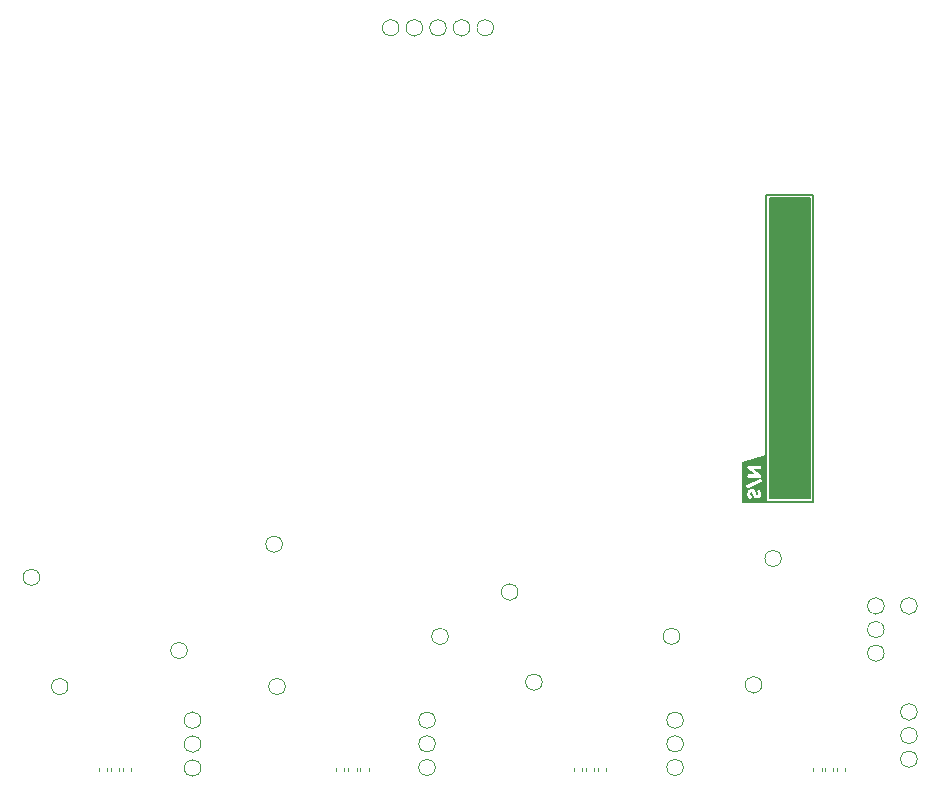
<source format=gbr>
G04 #@! TF.GenerationSoftware,KiCad,Pcbnew,(6.0.10-0)*
G04 #@! TF.CreationDate,2023-01-04T10:37:38-05:00*
G04 #@! TF.ProjectId,ReLoki_ECAD,52654c6f-6b69-45f4-9543-41442e6b6963,0.2.1*
G04 #@! TF.SameCoordinates,Original*
G04 #@! TF.FileFunction,Legend,Bot*
G04 #@! TF.FilePolarity,Positive*
%FSLAX46Y46*%
G04 Gerber Fmt 4.6, Leading zero omitted, Abs format (unit mm)*
G04 Created by KiCad (PCBNEW (6.0.10-0)) date 2023-01-04 10:37:38*
%MOMM*%
%LPD*%
G01*
G04 APERTURE LIST*
%ADD10C,0.150000*%
%ADD11C,0.120000*%
G04 APERTURE END LIST*
D10*
X134500000Y-95200000D02*
X130500000Y-95200000D01*
X130500000Y-95200000D02*
X130500000Y-69200000D01*
X130500000Y-69200000D02*
X134500000Y-69200000D01*
X134500000Y-69200000D02*
X134500000Y-95200000D01*
X134200000Y-94900000D02*
X130800000Y-94900000D01*
X130800000Y-94900000D02*
X130800000Y-69500000D01*
X130800000Y-69500000D02*
X134200000Y-69500000D01*
X134200000Y-69500000D02*
X134200000Y-94900000D01*
G36*
X134200000Y-94900000D02*
G01*
X130800000Y-94900000D01*
X130800000Y-69500000D01*
X134200000Y-69500000D01*
X134200000Y-94900000D01*
G37*
D11*
G04 #@! TO.C,TP18*
X140500000Y-106025000D02*
G75*
G03*
X140500000Y-106025000I-700000J0D01*
G01*
G04 #@! TO.C,C108*
X95114999Y-117772163D02*
X95114999Y-117987835D01*
X95834999Y-117772163D02*
X95834999Y-117987835D01*
G04 #@! TO.C,TP1*
X143300000Y-115000000D02*
G75*
G03*
X143300000Y-115000000I-700000J0D01*
G01*
G04 #@! TO.C,TP31*
X89800000Y-110850000D02*
G75*
G03*
X89800000Y-110850000I-700000J0D01*
G01*
G04 #@! TO.C,TP20*
X107425000Y-55075000D02*
G75*
G03*
X107425000Y-55075000I-700000J0D01*
G01*
G04 #@! TO.C,C103*
X96859999Y-117772163D02*
X96859999Y-117987835D01*
X96139999Y-117772163D02*
X96139999Y-117987835D01*
G04 #@! TO.C,C83*
X114229999Y-117772163D02*
X114229999Y-117987835D01*
X114949999Y-117772163D02*
X114949999Y-117987835D01*
G04 #@! TO.C,kibuzzard-63B3B5AF*
G36*
X130495892Y-91215628D02*
G01*
X130495892Y-95274972D01*
X128504108Y-95274972D01*
X128504108Y-94521967D01*
X128907863Y-94521967D01*
X128912427Y-94594596D01*
X128926119Y-94663255D01*
X128971362Y-94771205D01*
X129021369Y-94842643D01*
X129069787Y-94888680D01*
X129087250Y-94902967D01*
X129178531Y-94944242D01*
X129225561Y-94927177D01*
X129285688Y-94875980D01*
X129323788Y-94791843D01*
X129303944Y-94738661D01*
X129244412Y-94668017D01*
X129192819Y-94604517D01*
X129168213Y-94528318D01*
X129181618Y-94446297D01*
X129221835Y-94397084D01*
X129288862Y-94380680D01*
X129349981Y-94421161D01*
X129385700Y-94521967D01*
X129400186Y-94584674D01*
X129421419Y-94652143D01*
X129448208Y-94719611D01*
X129479363Y-94782317D01*
X129522423Y-94837682D01*
X129584931Y-94883124D01*
X129664505Y-94913485D01*
X129758763Y-94923605D01*
X129847927Y-94912052D01*
X129929154Y-94877391D01*
X130002444Y-94819624D01*
X130060211Y-94741924D01*
X130094872Y-94647468D01*
X130106425Y-94536255D01*
X130100273Y-94445172D01*
X130081819Y-94362424D01*
X130031812Y-94253680D01*
X130001650Y-94213992D01*
X129923863Y-94164780D01*
X129836550Y-94202880D01*
X129777019Y-94257649D01*
X129757175Y-94314005D01*
X129788925Y-94396555D01*
X129804800Y-94414811D01*
X129825438Y-94439418D01*
X129846075Y-94524349D01*
X129821469Y-94610074D01*
X129753206Y-94644205D01*
X129682563Y-94603724D01*
X129646050Y-94502917D01*
X129633945Y-94439814D01*
X129616681Y-94371155D01*
X129594655Y-94302496D01*
X129568263Y-94239392D01*
X129529170Y-94184028D01*
X129469044Y-94138586D01*
X129390264Y-94108225D01*
X129295212Y-94098105D01*
X129198177Y-94108424D01*
X129113444Y-94139380D01*
X129043792Y-94187005D01*
X128992000Y-94247330D01*
X128945257Y-94334995D01*
X128917211Y-94426541D01*
X128907863Y-94521967D01*
X128504108Y-94521967D01*
X128504108Y-93866330D01*
X128834837Y-93866330D01*
X128858650Y-93945705D01*
X128900719Y-94016349D01*
X128941200Y-94034605D01*
X129020575Y-94015555D01*
X130088963Y-93504380D01*
X130158813Y-93450405D01*
X130165163Y-93413099D01*
X130139763Y-93332930D01*
X130096503Y-93268636D01*
X130049275Y-93247205D01*
X129969900Y-93269430D01*
X128911037Y-93779017D01*
X128871350Y-93798861D01*
X128846744Y-93822674D01*
X128834837Y-93866330D01*
X128504108Y-93866330D01*
X128504108Y-92285180D01*
X128923737Y-92285180D01*
X128933262Y-92370905D01*
X128963425Y-92410593D01*
X129113003Y-92522864D01*
X129244236Y-92621554D01*
X129357125Y-92706661D01*
X129451669Y-92778187D01*
X129527869Y-92836131D01*
X129585725Y-92880492D01*
X129063438Y-92880492D01*
X129007875Y-92882874D01*
X128966600Y-92897955D01*
X128934453Y-92940024D01*
X128923737Y-93021780D01*
X128934453Y-93101155D01*
X128966600Y-93142430D01*
X129009462Y-93157511D01*
X129065025Y-93159892D01*
X129950850Y-93159892D01*
X130038956Y-93144811D01*
X130076263Y-93099567D01*
X130085788Y-93021780D01*
X130077056Y-92946374D01*
X130057213Y-92907480D01*
X130015938Y-92870967D01*
X129872666Y-92765487D01*
X129746592Y-92672354D01*
X129637716Y-92591567D01*
X129546038Y-92523129D01*
X129471557Y-92467037D01*
X129414275Y-92423292D01*
X129950850Y-92423292D01*
X130038956Y-92408211D01*
X130076263Y-92362967D01*
X130085788Y-92287561D01*
X130077850Y-92214536D01*
X130058800Y-92173261D01*
X130025463Y-92153417D01*
X129944500Y-92143892D01*
X129063438Y-92143892D01*
X129007875Y-92146274D01*
X128966600Y-92161355D01*
X128934453Y-92203424D01*
X128923737Y-92285180D01*
X128504108Y-92285180D01*
X128504108Y-91813163D01*
X130495892Y-91215628D01*
G37*
G04 #@! TO.C,TP16*
X82650000Y-117750000D02*
G75*
G03*
X82650000Y-117750000I-700000J0D01*
G01*
G04 #@! TO.C,TP8*
X123500000Y-117700000D02*
G75*
G03*
X123500000Y-117700000I-700000J0D01*
G01*
G04 #@! TO.C,C111*
X94089998Y-117772163D02*
X94089998Y-117987835D01*
X94809998Y-117772163D02*
X94809998Y-117987835D01*
G04 #@! TO.C,TP12*
X102500000Y-117700000D02*
G75*
G03*
X102500000Y-117700000I-700000J0D01*
G01*
G04 #@! TO.C,C80*
X115959999Y-117772163D02*
X115959999Y-117987835D01*
X115239999Y-117772163D02*
X115239999Y-117987835D01*
G04 #@! TO.C,TP15*
X82650000Y-113700000D02*
G75*
G03*
X82650000Y-113700000I-700000J0D01*
G01*
G04 #@! TO.C,TP9*
X102500000Y-115700000D02*
G75*
G03*
X102500000Y-115700000I-700000J0D01*
G01*
G04 #@! TO.C,TP6*
X109500000Y-102850000D02*
G75*
G03*
X109500000Y-102850000I-700000J0D01*
G01*
G04 #@! TO.C,TP25*
X81500000Y-107800000D02*
G75*
G03*
X81500000Y-107800000I-700000J0D01*
G01*
G04 #@! TO.C,C52*
X136209999Y-117762163D02*
X136209999Y-117977835D01*
X135489999Y-117762163D02*
X135489999Y-117977835D01*
G04 #@! TO.C,TP14*
X69000000Y-101600000D02*
G75*
G03*
X69000000Y-101600000I-700000J0D01*
G01*
G04 #@! TO.C,TP23*
X101425000Y-55075000D02*
G75*
G03*
X101425000Y-55075000I-700000J0D01*
G01*
G04 #@! TO.C,C136*
X75734999Y-117762163D02*
X75734999Y-117977835D01*
X75014999Y-117762163D02*
X75014999Y-117977835D01*
G04 #@! TO.C,TP4*
X143300000Y-117000000D02*
G75*
G03*
X143300000Y-117000000I-700000J0D01*
G01*
G04 #@! TO.C,C75*
X116959999Y-117777163D02*
X116959999Y-117992835D01*
X116239999Y-117777163D02*
X116239999Y-117992835D01*
G04 #@! TO.C,TP5*
X123500000Y-115700000D02*
G75*
G03*
X123500000Y-115700000I-700000J0D01*
G01*
G04 #@! TO.C,TP3*
X143300000Y-113000000D02*
G75*
G03*
X143300000Y-113000000I-700000J0D01*
G01*
G04 #@! TO.C,TP19*
X140500000Y-104025000D02*
G75*
G03*
X140500000Y-104025000I-700000J0D01*
G01*
G04 #@! TO.C,C55*
X135209999Y-117762163D02*
X135209999Y-117977835D01*
X134489999Y-117762163D02*
X134489999Y-117977835D01*
G04 #@! TO.C,TP29*
X130150000Y-110700000D02*
G75*
G03*
X130150000Y-110700000I-700000J0D01*
G01*
G04 #@! TO.C,TP13*
X82650000Y-115722014D02*
G75*
G03*
X82650000Y-115722014I-700000J0D01*
G01*
G04 #@! TO.C,TP30*
X111550000Y-110475000D02*
G75*
G03*
X111550000Y-110475000I-700000J0D01*
G01*
G04 #@! TO.C,TP7*
X123500000Y-113700000D02*
G75*
G03*
X123500000Y-113700000I-700000J0D01*
G01*
G04 #@! TO.C,TP27*
X123200000Y-106600000D02*
G75*
G03*
X123200000Y-106600000I-700000J0D01*
G01*
G04 #@! TO.C,TP22*
X103425000Y-55075000D02*
G75*
G03*
X103425000Y-55075000I-700000J0D01*
G01*
G04 #@! TO.C,C47*
X137209999Y-117762163D02*
X137209999Y-117977835D01*
X136489999Y-117762163D02*
X136489999Y-117977835D01*
G04 #@! TO.C,TP32*
X71400000Y-110850000D02*
G75*
G03*
X71400000Y-110850000I-700000J0D01*
G01*
G04 #@! TO.C,TP26*
X143300000Y-104025000D02*
G75*
G03*
X143300000Y-104025000I-700000J0D01*
G01*
G04 #@! TO.C,C131*
X76039999Y-117762163D02*
X76039999Y-117977835D01*
X76759999Y-117762163D02*
X76759999Y-117977835D01*
G04 #@! TO.C,TP17*
X140500000Y-108025000D02*
G75*
G03*
X140500000Y-108025000I-700000J0D01*
G01*
G04 #@! TO.C,TP10*
X89550000Y-98800000D02*
G75*
G03*
X89550000Y-98800000I-700000J0D01*
G01*
G04 #@! TO.C,TP24*
X99425000Y-55075000D02*
G75*
G03*
X99425000Y-55075000I-700000J0D01*
G01*
G04 #@! TO.C,TP28*
X103600000Y-106600000D02*
G75*
G03*
X103600000Y-106600000I-700000J0D01*
G01*
G04 #@! TO.C,TP21*
X105425000Y-55075000D02*
G75*
G03*
X105425000Y-55075000I-700000J0D01*
G01*
G04 #@! TO.C,TP2*
X131800000Y-100000000D02*
G75*
G03*
X131800000Y-100000000I-700000J0D01*
G01*
G04 #@! TO.C,C139*
X74709999Y-117762163D02*
X74709999Y-117977835D01*
X73989999Y-117762163D02*
X73989999Y-117977835D01*
G04 #@! TO.C,TP11*
X102500000Y-113700000D02*
G75*
G03*
X102500000Y-113700000I-700000J0D01*
G01*
G04 #@! TD*
M02*

</source>
